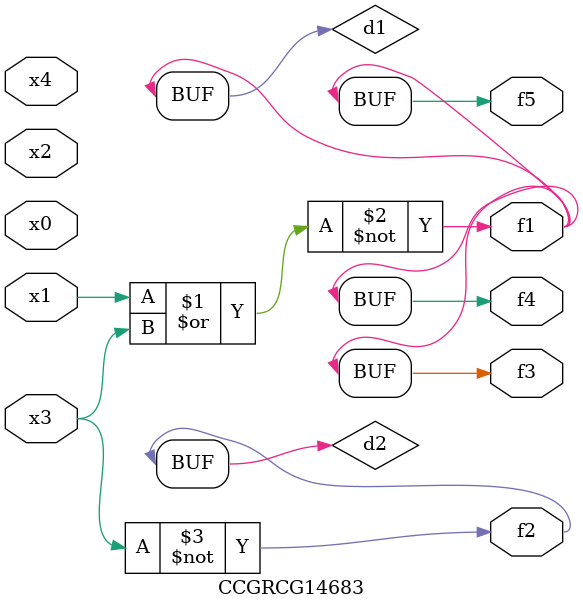
<source format=v>
module CCGRCG14683(
	input x0, x1, x2, x3, x4,
	output f1, f2, f3, f4, f5
);

	wire d1, d2;

	nor (d1, x1, x3);
	not (d2, x3);
	assign f1 = d1;
	assign f2 = d2;
	assign f3 = d1;
	assign f4 = d1;
	assign f5 = d1;
endmodule

</source>
